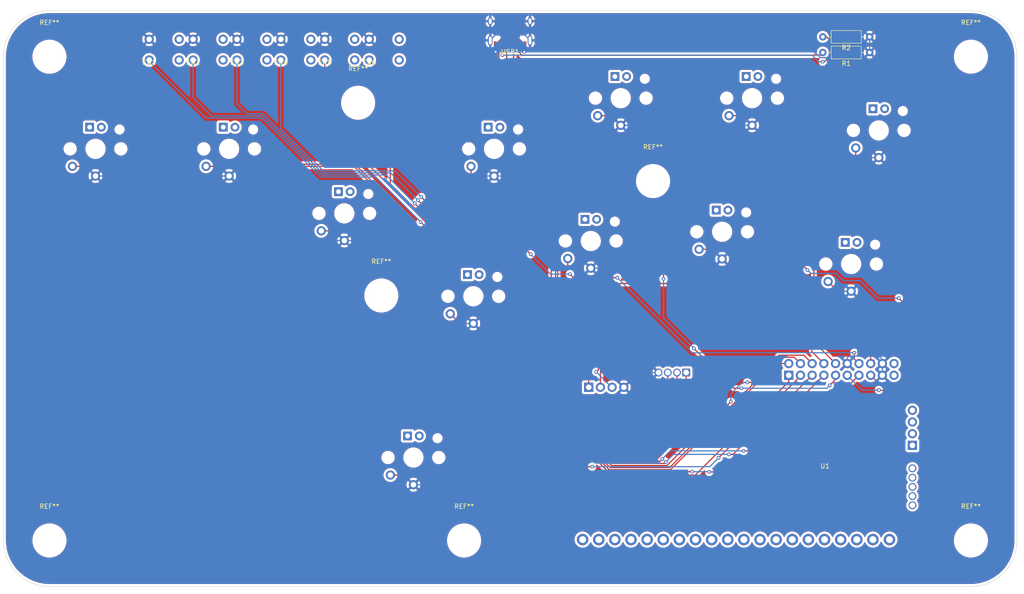
<source format=kicad_pcb>
(kicad_pcb (version 20171130) (host pcbnew "(5.1.4)-1")
  (layers (0 F.Cu signal) (31 B.Cu signal) (34 B.Paste user) (35 F.Paste user) (36 B.SilkS user) (37 F.SilkS user) (38 B.Mask user) (39 F.Mask user) (44 Edge.Cuts user))
  (net 0 "")
  (net 1 "Net-(R1-Pad2)")
  (net 2 GND)
  (net 3 "Net-(R2-Pad2)")
  (net 4 v)
  (net 5 "Net-(USB1-Pad3)")
  (net 6 "Net-(USB1-Pad9)")
  (net 7 d-)
  (net 8 d+)
  (net 9 left)
  (net 10 down)
  (net 11 right)
  (net 12 up)
  (net 13 x)
  (net 14 a)
  (net 15 y)
  (net 16 b)
  (net 17 rb)
  (net 18 rt)
  (net 19 lb)
  (net 20 lt)
  (net 21 home)
  (net 22 touchpad)
  (net 23 lsb)
  (net 24 rsb)
  (net 25 share)
  (net 26 option)
  (net 27 "Net-(U1-Pad1)")
  (net 28 "Net-(U1-Pad2)")
  (net 29 "Net-(U1-Pad21)")
  (net 30 "Net-(U1-Pad22)")
  (net 31 "Net-(U1-Pad23)")
  (net 32 "Net-(U1-Pad24)")
  (net 33 "Net-(U1-Pad25)")
  (net 34 "Net-(U1-Pad26)")
  (net 35 "Net-(U1-Pad27)")
  (net 36 "Net-(U1-Pad28)")
  (net 37 "Net-(U1-Pad29)")
  (net 38 "Net-(U1-Pad38)")
  (net 39 "Net-(U1-Pad39)")
  (net 40 "Net-(U1-Pad40)")
  (net 41 "Net-(U1-Pad41)")
  (net 42 "Net-(U1-Pad42)")
  (net 43 "Net-(U1-Pad43)")
  (net 44 "Net-(U1-Pad44)")
  (net 45 "Net-(U1-Pad45)")
  (net 46 "Net-(U1-Pad46)")
  (net 47 "Net-(U1-Pad47)")
  (net 48 "Net-(U1-Pad48)")
  (net 49 "Net-(U1-Pad49)")
  (net 50 "Net-(U1-Pad50)")
  (net 51 "Net-(U1-Pad51)")
  (net 52 "Net-(U1-Pad52)")
  (net 53 "Net-(U1-Pad53)")
  (net 54 "Net-(U1-Pad54)")
  (net 55 "Net-(U1-Pad55)")
  (net 56 "Net-(U1-Pad56)")
  (net 57 "Net-(U1-Pad57)")
  (module MountingHole:MountingHole_6.4mm_M6 (layer F.Cu) (at 248.828953 43.478609)
    (fp_text reference REF** (at 0 -7.4) (layer F.SilkS))
    (fp_text value MountingHole_6.4mm_M6)
    (pad 1 np_thru_hole circle (at 0 0) (size 6.4 6.4) (drill 6.4) (layers *.Cu *.Mask))
  )
  (module MountingHole:MountingHole_6.4mm_M6 (layer F.Cu) (at 248.828954 148.478608)
    (fp_text reference REF** (at 0 -7.4) (layer F.SilkS))
    (fp_text value MountingHole_6.4mm_M6)
    (pad 1 np_thru_hole circle (at 0 0) (size 6.4 6.4) (drill 6.4) (layers *.Cu *.Mask))
  )
  (module MountingHole:MountingHole_6.4mm_M6 (layer F.Cu) (at 138.828954 148.478609)
    (fp_text reference REF** (at 0 -7.4) (layer F.SilkS))
    (fp_text value MountingHole_6.4mm_M6)
    (pad 1 np_thru_hole circle (at 0 0) (size 6.4 6.4) (drill 6.4) (layers *.Cu *.Mask))
  )
  (module MountingHole:MountingHole_6.4mm_M6 (layer F.Cu) (at 120.867671 95.314815)
    (fp_text reference REF** (at 0 -7.4) (layer F.SilkS))
    (fp_text value MountingHole_6.4mm_M6)
    (pad 1 np_thru_hole circle (at 0 0) (size 6.4 6.4) (drill 6.4) (layers *.Cu *.Mask))
  )
  (module MountingHole:MountingHole_6.4mm_M6 (layer F.Cu) (at 179.828956 70.478609)
    (fp_text reference REF** (at 0 -7.4) (layer F.SilkS))
    (fp_text value MountingHole_6.4mm_M6)
    (pad 1 np_thru_hole circle (at 0 0) (size 6.4 6.4) (drill 6.4) (layers *.Cu *.Mask))
  )
  (module MountingHole:MountingHole_6.4mm_M6 (layer F.Cu) (at 115.828955 53.478609)
    (fp_text reference REF** (at 0 -7.4) (layer F.SilkS))
    (fp_text value MountingHole_6.4mm_M6)
    (pad 1 np_thru_hole circle (at 0 0) (size 6.4 6.4) (drill 6.4) (layers *.Cu *.Mask))
  )
  (module MountingHole:MountingHole_6.4mm_M6 (layer F.Cu) (at 48.828953 43.478608)
    (fp_text reference REF** (at 0 -7.4) (layer F.SilkS))
    (fp_text value MountingHole_6.4mm_M6)
    (pad 1 np_thru_hole circle (at 0 0) (size 6.4 6.4) (drill 6.4) (layers *.Cu *.Mask))
  )
  (module MountingHole:MountingHole_6.4mm_M6 (layer F.Cu) (at 48.828953 148.478609)
    (fp_text reference REF** (at 0 -7.4) (layer F.SilkS))
    (fp_text value MountingHole_6.4mm_M6)
    (pad 1 np_thru_hole circle (at 0 0) (size 6.4 6.4) (drill 6.4) (layers *.Cu *.Mask))
  )
  (module dango:datamago (layer F.Cu) (at 81.407 116.713)
    (fp_text reference G*** hide)
    (fp_text value LOGO hide)
  )
  (module Kailh_Choc:KailhChoc-1U (layer F.Cu) (at 87.828954 63.478609 180)
    (fp_text reference MX2)
    (fp_text value MX-NoLED)
    (pad 4 thru_hole rect (at 1.27 4.7 180) (size 1.905 1.905) (drill 1.04) (layers *.Cu B.Mask))
    (pad 3 thru_hole circle (at -1.27 4.7 180) (size 1.905 1.905) (drill 1.04) (layers *.Cu B.Mask))
    (pad "" np_thru_hole circle (at -5.22 4.2 180) (size 1.2 1.2) (drill 1.2) (layers *.Cu *.Mask))
    (pad "" np_thru_hole circle (at 5.5 0 228.1) (size 1.9 1.9) (drill 1.9) (layers *.Cu *.Mask))
    (pad "" np_thru_hole circle (at -5.5 0 228.1) (size 1.9 1.9) (drill 1.9) (layers *.Cu *.Mask))
    (pad 1 thru_hole circle (at 5 -3.8 180) (size 2 2) (drill 1.2) (layers *.Cu B.Mask) (net 10 down))
    (pad "" np_thru_hole circle (at 0 0 180) (size 3.4 3.4) (drill 3.4) (layers *.Cu *.Mask))
    (pad 2 thru_hole circle (at 0 -5.9 180) (size 2 2) (drill 1.2) (layers *.Cu B.Mask) (net 2 GND))
  )
  (module Brook_UFB:Brook_Universal_Fighting_Board (layer F.Cu) (at 217.15984 132.83184 180)
    (fp_text reference U1 (at 0 0.5) (layer F.SilkS))
    (fp_text value brook_ufb)
    (pad 1 thru_hole circle (at -14.98 20.21 180) (size 2 2) (drill 1.2) (layers *.Cu *.Mask) (net 27 "Net-(U1-Pad1)"))
    (pad 2 thru_hole circle (at -14.98 22.75 180) (size 2 2) (drill 1.2) (layers *.Cu *.Mask) (net 28 "Net-(U1-Pad2)"))
    (pad 3 thru_hole circle (at -12.45 20.21 180) (size 2 2) (drill 1.2) (layers *.Cu *.Mask) (net 2 GND))
    (pad 4 thru_hole circle (at -12.45 22.75 180) (size 2 2) (drill 1.2) (layers *.Cu *.Mask) (net 2 GND))
    (pad 5 thru_hole circle (at -9.91 20.2 180) (size 2 2) (drill 1.2) (layers *.Cu *.Mask) (net 18 rt))
    (pad 6 thru_hole circle (at -9.91 22.75 180) (size 2 2) (drill 1.2) (layers *.Cu *.Mask) (net 20 lt))
    (pad 7 thru_hole circle (at -7.37 20.21332 180) (size 2 2) (drill 1.2) (layers *.Cu *.Mask) (net 14 a))
    (pad 8 thru_hole circle (at -7.37 22.75 180) (size 2 2) (drill 1.2) (layers *.Cu *.Mask) (net 16 b))
    (pad 9 thru_hole circle (at -4.83 20.21 180) (size 2 2) (drill 1.2) (layers *.Cu *.Mask) (net 19 lb))
    (pad 10 thru_hole circle (at -4.83 22.75 180) (size 2 2) (drill 1.2) (layers *.Cu *.Mask) (net 2 GND))
    (pad 11 thru_hole circle (at -2.29 20.21 180) (size 2 2) (drill 1.2) (layers *.Cu *.Mask) (net 15 y))
    (pad 12 thru_hole circle (at -2.29 22.75 180) (size 2 2) (drill 1.2) (layers *.Cu *.Mask) (net 17 rb))
    (pad 13 thru_hole circle (at 0.25 20.21 180) (size 2 2) (drill 1.2) (layers *.Cu *.Mask) (net 26 option))
    (pad 14 thru_hole circle (at 0.25 22.75 180) (size 2 2) (drill 1.2) (layers *.Cu *.Mask) (net 13 x))
    (pad 15 thru_hole circle (at 2.79 20.21 180) (size 2 2) (drill 1.2) (layers *.Cu *.Mask) (net 25 share))
    (pad 16 thru_hole circle (at 2.79 22.75 180) (size 2 2) (drill 1.2) (layers *.Cu *.Mask) (net 21 home))
    (pad 17 thru_hole circle (at 5.33 20.21 180) (size 2 2) (drill 1.2) (layers *.Cu *.Mask) (net 11 right))
    (pad 18 thru_hole circle (at 5.33 22.75 180) (size 2 2) (drill 1.2) (layers *.Cu *.Mask) (net 9 left))
    (pad 19 thru_hole rect (at 7.87 20.21 180) (size 2 2) (drill 1.2) (layers *.Cu *.Mask) (net 12 up))
    (pad 20 thru_hole circle (at 7.87 22.75 180) (size 2 2) (drill 1.2) (layers *.Cu *.Mask) (net 10 down))
    (pad 21 thru_hole circle (at -18.97 12.61 180) (size 2 2) (drill 1.2) (layers *.Cu *.Mask) (net 29 "Net-(U1-Pad21)"))
    (pad 22 thru_hole circle (at -18.97 10.07 180) (size 2 2) (drill 1.2) (layers *.Cu *.Mask) (net 30 "Net-(U1-Pad22)"))
    (pad 23 thru_hole circle (at -18.97 7.53 180) (size 2 2) (drill 1.2) (layers *.Cu *.Mask) (net 31 "Net-(U1-Pad23)"))
    (pad 24 thru_hole rect (at -18.97 4.99 180) (size 2 2) (drill 1.2) (layers *.Cu *.Mask) (net 32 "Net-(U1-Pad24)"))
    (pad 25 thru_hole circle (at -18.97 0.014 180) (size 1.7 1.7) (drill 1.2) (layers *.Cu *.Mask) (net 33 "Net-(U1-Pad25)"))
    (pad 26 thru_hole circle (at -18.97 -2.014 180) (size 1.7 1.7) (drill 1.2) (layers *.Cu *.Mask) (net 34 "Net-(U1-Pad26)"))
    (pad 27 thru_hole circle (at -18.97 -4.014 180) (size 1.7 1.7) (drill 1.2) (layers *.Cu *.Mask) (net 35 "Net-(U1-Pad27)"))
    (pad 28 thru_hole circle (at -18.97 -6.014 180) (size 1.7 1.7) (drill 1.2) (layers *.Cu *.Mask) (net 36 "Net-(U1-Pad28)"))
    (pad 29 thru_hole circle (at -18.97 -8.014 180) (size 1.7 1.7) (drill 1.2) (layers *.Cu *.Mask) (net 37 "Net-(U1-Pad29)"))
    (pad 30 thru_hole rect (at 30.124 20.806 180) (size 1.7 1.7) (drill 1.2) (layers *.Cu *.Mask) (net 22 touchpad))
    (pad 31 thru_hole circle (at 32.124 20.806 180) (size 1.7 1.7) (drill 1.2) (layers *.Cu *.Mask) (net 23 lsb))
    (pad 32 thru_hole circle (at 34.124 20.806 180) (size 1.7 1.7) (drill 1.2) (layers *.Cu *.Mask) (net 24 rsb))
    (pad 33 thru_hole circle (at 36.124 20.806 180) (size 1.7 1.7) (drill 1.2) (layers *.Cu *.Mask) (net 2 GND))
    (pad 34 thru_hole circle (at 43.661 17.602 180) (size 2 2) (drill 1.2) (layers *.Cu *.Mask) (net 2 GND))
    (pad 35 thru_hole circle (at 46.201 17.602 180) (size 2 2) (drill 1.2) (layers *.Cu *.Mask) (net 8 d+))
    (pad 36 thru_hole circle (at 48.741 17.602 180) (size 2 2) (drill 1.2) (layers *.Cu *.Mask) (net 7 d-))
    (pad 37 thru_hole rect (at 51.281 17.602 180) (size 2 2) (drill 1.2) (layers *.Cu *.Mask) (net 4 v))
    (pad 38 thru_hole circle (at -13.986 -15.455 180) (size 2.5 2.5) (drill 1.5) (layers *.Cu *.Mask) (net 38 "Net-(U1-Pad38)"))
    (pad 39 thru_hole circle (at -10.396 -15.455 180) (size 2.5 2.5) (drill 1.5) (layers *.Cu *.Mask) (net 39 "Net-(U1-Pad39)"))
    (pad 40 thru_hole circle (at -6.896 -15.455 180) (size 2.5 2.5) (drill 1.5) (layers *.Cu *.Mask) (net 40 "Net-(U1-Pad40)"))
    (pad 41 thru_hole circle (at -3.396 -15.455 180) (size 2.5 2.5) (drill 1.5) (layers *.Cu *.Mask) (net 41 "Net-(U1-Pad41)"))
    (pad 42 thru_hole circle (at 0.104 -15.455 180) (size 2.5 2.5) (drill 1.5) (layers *.Cu *.Mask) (net 42 "Net-(U1-Pad42)"))
    (pad 43 thru_hole circle (at 3.604 -15.455 180) (size 2.5 2.5) (drill 1.5) (layers *.Cu *.Mask) (net 43 "Net-(U1-Pad43)"))
    (pad 44 thru_hole circle (at 7.104 -15.455 180) (size 2.5 2.5) (drill 1.5) (layers *.Cu *.Mask) (net 44 "Net-(U1-Pad44)"))
    (pad 45 thru_hole circle (at 10.604 -15.455 180) (size 2.5 2.5) (drill 1.5) (layers *.Cu *.Mask) (net 45 "Net-(U1-Pad45)"))
    (pad 46 thru_hole circle (at 14.104 -15.455 180) (size 2.5 2.5) (drill 1.5) (layers *.Cu *.Mask) (net 46 "Net-(U1-Pad46)"))
    (pad 47 thru_hole circle (at 17.604 -15.455 180) (size 2.5 2.5) (drill 1.5) (layers *.Cu *.Mask) (net 47 "Net-(U1-Pad47)"))
    (pad 48 thru_hole circle (at 21.104 -15.455 180) (size 2.5 2.5) (drill 1.5) (layers *.Cu *.Mask) (net 48 "Net-(U1-Pad48)"))
    (pad 49 thru_hole circle (at 24.604 -15.455 180) (size 2.5 2.5) (drill 1.5) (layers *.Cu *.Mask) (net 49 "Net-(U1-Pad49)"))
    (pad 50 thru_hole circle (at 28.104 -15.455 180) (size 2.5 2.5) (drill 1.5) (layers *.Cu *.Mask) (net 50 "Net-(U1-Pad50)"))
    (pad 51 thru_hole circle (at 31.604 -15.455 180) (size 2.5 2.5) (drill 1.5) (layers *.Cu *.Mask) (net 51 "Net-(U1-Pad51)"))
    (pad 52 thru_hole circle (at 35.104 -15.455 180) (size 2.5 2.5) (drill 1.5) (layers *.Cu *.Mask) (net 52 "Net-(U1-Pad52)"))
    (pad 53 thru_hole circle (at 38.604 -15.455 180) (size 2.5 2.5) (drill 1.5) (layers *.Cu *.Mask) (net 53 "Net-(U1-Pad53)"))
    (pad 54 thru_hole circle (at 42.104 -15.455 180) (size 2.5 2.5) (drill 1.5) (layers *.Cu *.Mask) (net 54 "Net-(U1-Pad54)"))
    (pad 55 thru_hole circle (at 45.604 -15.455 180) (size 2.5 2.5) (drill 1.5) (layers *.Cu *.Mask) (net 55 "Net-(U1-Pad55)"))
    (pad 56 thru_hole circle (at 49.104 -15.455 180) (size 2.5 2.5) (drill 1.5) (layers *.Cu *.Mask) (net 56 "Net-(U1-Pad56)"))
    (pad 57 thru_hole circle (at 52.604 -15.455 180) (size 2.5 2.5) (drill 1.5) (layers *.Cu *.Mask) (net 57 "Net-(U1-Pad57)"))
  )
  (module Button_Switch_THT:spst_no_lph_6mm_6mm (layer F.Cu) (at 118.237 44.196)
    (fp_text reference SW6 (at 0 0.5) (layer F.SilkS))
    (fp_text value SW_Push)
    (pad 4 thru_hole circle (at 6.5 -4.5) (size 2 2) (drill 1.2) (layers *.Cu *.Mask))
    (pad 3 thru_hole circle (at 6.5 0) (size 2 2) (drill 1.2) (layers *.Cu *.Mask))
    (pad 2 thru_hole circle (at 0 0) (size 2 2) (drill 1.2) (layers *.Cu *.Mask) (net 26 option))
    (pad 1 thru_hole circle (at 0 -4.5) (size 2 2) (drill 1.2) (layers *.Cu *.Mask) (net 2 GND))
  )
  (module Button_Switch_THT:spst_no_lph_6mm_6mm (layer F.Cu) (at 108.585 44.196)
    (fp_text reference SW5 (at 0 0.5) (layer F.SilkS))
    (fp_text value SW_Push)
    (pad 4 thru_hole circle (at 6.5 -4.5) (size 2 2) (drill 1.2) (layers *.Cu *.Mask))
    (pad 3 thru_hole circle (at 6.5 0) (size 2 2) (drill 1.2) (layers *.Cu *.Mask))
    (pad 2 thru_hole circle (at 0 0) (size 2 2) (drill 1.2) (layers *.Cu *.Mask) (net 25 share))
    (pad 1 thru_hole circle (at 0 -4.5) (size 2 2) (drill 1.2) (layers *.Cu *.Mask) (net 2 GND))
  )
  (module Button_Switch_THT:spst_no_lph_6mm_6mm (layer F.Cu) (at 99.06 44.196)
    (fp_text reference SW4 (at 0 0.5) (layer F.SilkS))
    (fp_text value SW_Push)
    (pad 4 thru_hole circle (at 6.5 -4.5) (size 2 2) (drill 1.2) (layers *.Cu *.Mask))
    (pad 3 thru_hole circle (at 6.5 0) (size 2 2) (drill 1.2) (layers *.Cu *.Mask))
    (pad 2 thru_hole circle (at 0 0) (size 2 2) (drill 1.2) (layers *.Cu *.Mask) (net 24 rsb))
    (pad 1 thru_hole circle (at 0 -4.5) (size 2 2) (drill 1.2) (layers *.Cu *.Mask) (net 2 GND))
  )
  (module Button_Switch_THT:spst_no_lph_6mm_6mm (layer F.Cu) (at 89.535 44.196)
    (fp_text reference SW3 (at 0 0.5) (layer F.SilkS))
    (fp_text value SW_Push)
    (pad 4 thru_hole circle (at 6.5 -4.5) (size 2 2) (drill 1.2) (layers *.Cu *.Mask))
    (pad 3 thru_hole circle (at 6.5 0) (size 2 2) (drill 1.2) (layers *.Cu *.Mask))
    (pad 2 thru_hole circle (at 0 0) (size 2 2) (drill 1.2) (layers *.Cu *.Mask) (net 23 lsb))
    (pad 1 thru_hole circle (at 0 -4.5) (size 2 2) (drill 1.2) (layers *.Cu *.Mask) (net 2 GND))
  )
  (module Button_Switch_THT:spst_no_lph_6mm_6mm (layer F.Cu) (at 80.01 44.196)
    (fp_text reference SW2 (at 0 0.5) (layer F.SilkS))
    (fp_text value SW_Push)
    (pad 4 thru_hole circle (at 6.5 -4.5) (size 2 2) (drill 1.2) (layers *.Cu *.Mask))
    (pad 3 thru_hole circle (at 6.5 0) (size 2 2) (drill 1.2) (layers *.Cu *.Mask))
    (pad 2 thru_hole circle (at 0 0) (size 2 2) (drill 1.2) (layers *.Cu *.Mask) (net 22 touchpad))
    (pad 1 thru_hole circle (at 0 -4.5) (size 2 2) (drill 1.2) (layers *.Cu *.Mask) (net 2 GND))
  )
  (module Button_Switch_THT:spst_no_lph_6mm_6mm (layer F.Cu) (at 70.485 44.196)
    (fp_text reference SW1 (at 0 0.5) (layer F.SilkS))
    (fp_text value SW_Push)
    (pad 4 thru_hole circle (at 6.5 -4.5) (size 2 2) (drill 1.2) (layers *.Cu *.Mask))
    (pad 3 thru_hole circle (at 6.5 0) (size 2 2) (drill 1.2) (layers *.Cu *.Mask))
    (pad 2 thru_hole circle (at 0 0) (size 2 2) (drill 1.2) (layers *.Cu *.Mask) (net 21 home))
    (pad 1 thru_hole circle (at 0 -4.5) (size 2 2) (drill 1.2) (layers *.Cu *.Mask) (net 2 GND))
  )
  (module Kailh_Choc:KailhChoc-1U (layer F.Cu) (at 222.828954 88.478609 180)
    (fp_text reference MX12)
    (fp_text value MX-NoLED)
    (pad 4 thru_hole rect (at 1.27 4.7 180) (size 1.905 1.905) (drill 1.04) (layers *.Cu B.Mask))
    (pad 3 thru_hole circle (at -1.27 4.7 180) (size 1.905 1.905) (drill 1.04) (layers *.Cu B.Mask))
    (pad "" np_thru_hole circle (at -5.22 4.2 180) (size 1.2 1.2) (drill 1.2) (layers *.Cu *.Mask))
    (pad "" np_thru_hole circle (at 5.5 0 228.1) (size 1.9 1.9) (drill 1.9) (layers *.Cu *.Mask))
    (pad "" np_thru_hole circle (at -5.5 0 228.1) (size 1.9 1.9) (drill 1.9) (layers *.Cu *.Mask))
    (pad 1 thru_hole circle (at 5 -3.8 180) (size 2 2) (drill 1.2) (layers *.Cu B.Mask) (net 20 lt))
    (pad "" np_thru_hole circle (at 0 0 180) (size 3.4 3.4) (drill 3.4) (layers *.Cu *.Mask))
    (pad 2 thru_hole circle (at 0 -5.9 180) (size 2 2) (drill 1.2) (layers *.Cu B.Mask) (net 2 GND))
  )
  (module Kailh_Choc:KailhChoc-1U (layer F.Cu) (at 228.828954 59.478609 180)
    (fp_text reference MX11)
    (fp_text value MX-NoLED)
    (pad 4 thru_hole rect (at 1.27 4.7 180) (size 1.905 1.905) (drill 1.04) (layers *.Cu B.Mask))
    (pad 3 thru_hole circle (at -1.27 4.7 180) (size 1.905 1.905) (drill 1.04) (layers *.Cu B.Mask))
    (pad "" np_thru_hole circle (at -5.22 4.2 180) (size 1.2 1.2) (drill 1.2) (layers *.Cu *.Mask))
    (pad "" np_thru_hole circle (at 5.5 0 228.1) (size 1.9 1.9) (drill 1.9) (layers *.Cu *.Mask))
    (pad "" np_thru_hole circle (at -5.5 0 228.1) (size 1.9 1.9) (drill 1.9) (layers *.Cu *.Mask))
    (pad 1 thru_hole circle (at 5 -3.8 180) (size 2 2) (drill 1.2) (layers *.Cu B.Mask) (net 19 lb))
    (pad "" np_thru_hole circle (at 0 0 180) (size 3.4 3.4) (drill 3.4) (layers *.Cu *.Mask))
    (pad 2 thru_hole circle (at 0 -5.9 180) (size 2 2) (drill 1.2) (layers *.Cu B.Mask) (net 2 GND))
  )
  (module Kailh_Choc:KailhChoc-1U (layer F.Cu) (at 194.828954 81.478609 180)
    (fp_text reference MX10)
    (fp_text value MX-NoLED)
    (pad 4 thru_hole rect (at 1.27 4.7 180) (size 1.905 1.905) (drill 1.04) (layers *.Cu B.Mask))
    (pad 3 thru_hole circle (at -1.27 4.7 180) (size 1.905 1.905) (drill 1.04) (layers *.Cu B.Mask))
    (pad "" np_thru_hole circle (at -5.22 4.2 180) (size 1.2 1.2) (drill 1.2) (layers *.Cu *.Mask))
    (pad "" np_thru_hole circle (at 5.5 0 228.1) (size 1.9 1.9) (drill 1.9) (layers *.Cu *.Mask))
    (pad "" np_thru_hole circle (at -5.5 0 228.1) (size 1.9 1.9) (drill 1.9) (layers *.Cu *.Mask))
    (pad 1 thru_hole circle (at 5 -3.8 180) (size 2 2) (drill 1.2) (layers *.Cu B.Mask) (net 18 rt))
    (pad "" np_thru_hole circle (at 0 0 180) (size 3.4 3.4) (drill 3.4) (layers *.Cu *.Mask))
    (pad 2 thru_hole circle (at 0 -5.9 180) (size 2 2) (drill 1.2) (layers *.Cu B.Mask) (net 2 GND))
  )
  (module Kailh_Choc:KailhChoc-1U (layer F.Cu) (at 201.328954 52.478609 180)
    (fp_text reference MX9)
    (fp_text value MX-NoLED)
    (pad 4 thru_hole rect (at 1.27 4.7 180) (size 1.905 1.905) (drill 1.04) (layers *.Cu B.Mask))
    (pad 3 thru_hole circle (at -1.27 4.7 180) (size 1.905 1.905) (drill 1.04) (layers *.Cu B.Mask))
    (pad "" np_thru_hole circle (at -5.22 4.2 180) (size 1.2 1.2) (drill 1.2) (layers *.Cu *.Mask))
    (pad "" np_thru_hole circle (at 5.5 0 228.1) (size 1.9 1.9) (drill 1.9) (layers *.Cu *.Mask))
    (pad "" np_thru_hole circle (at -5.5 0 228.1) (size 1.9 1.9) (drill 1.9) (layers *.Cu *.Mask))
    (pad 1 thru_hole circle (at 5 -3.8 180) (size 2 2) (drill 1.2) (layers *.Cu B.Mask) (net 17 rb))
    (pad "" np_thru_hole circle (at 0 0 180) (size 3.4 3.4) (drill 3.4) (layers *.Cu *.Mask))
    (pad 2 thru_hole circle (at 0 -5.9 180) (size 2 2) (drill 1.2) (layers *.Cu B.Mask) (net 2 GND))
  )
  (module Kailh_Choc:KailhChoc-1U (layer F.Cu) (at 166.328954 83.478609 180)
    (fp_text reference MX8)
    (fp_text value MX-NoLED)
    (pad 4 thru_hole rect (at 1.27 4.7 180) (size 1.905 1.905) (drill 1.04) (layers *.Cu B.Mask))
    (pad 3 thru_hole circle (at -1.27 4.7 180) (size 1.905 1.905) (drill 1.04) (layers *.Cu B.Mask))
    (pad "" np_thru_hole circle (at -5.22 4.2 180) (size 1.2 1.2) (drill 1.2) (layers *.Cu *.Mask))
    (pad "" np_thru_hole circle (at 5.5 0 228.1) (size 1.9 1.9) (drill 1.9) (layers *.Cu *.Mask))
    (pad "" np_thru_hole circle (at -5.5 0 228.1) (size 1.9 1.9) (drill 1.9) (layers *.Cu *.Mask))
    (pad 1 thru_hole circle (at 5 -3.8 180) (size 2 2) (drill 1.2) (layers *.Cu B.Mask) (net 16 b))
    (pad "" np_thru_hole circle (at 0 0 180) (size 3.4 3.4) (drill 3.4) (layers *.Cu *.Mask))
    (pad 2 thru_hole circle (at 0 -5.9 180) (size 2 2) (drill 1.2) (layers *.Cu B.Mask) (net 2 GND))
  )
  (module Kailh_Choc:KailhChoc-1U (layer F.Cu) (at 172.828954 52.478609 180)
    (fp_text reference MX7)
    (fp_text value MX-NoLED)
    (pad 4 thru_hole rect (at 1.27 4.7 180) (size 1.905 1.905) (drill 1.04) (layers *.Cu B.Mask))
    (pad 3 thru_hole circle (at -1.27 4.7 180) (size 1.905 1.905) (drill 1.04) (layers *.Cu B.Mask))
    (pad "" np_thru_hole circle (at -5.22 4.2 180) (size 1.2 1.2) (drill 1.2) (layers *.Cu *.Mask))
    (pad "" np_thru_hole circle (at 5.5 0 228.1) (size 1.9 1.9) (drill 1.9) (layers *.Cu *.Mask))
    (pad "" np_thru_hole circle (at -5.5 0 228.1) (size 1.9 1.9) (drill 1.9) (layers *.Cu *.Mask))
    (pad 1 thru_hole circle (at 5 -3.8 180) (size 2 2) (drill 1.2) (layers *.Cu B.Mask) (net 15 y))
    (pad "" np_thru_hole circle (at 0 0 180) (size 3.4 3.4) (drill 3.4) (layers *.Cu *.Mask))
    (pad 2 thru_hole circle (at 0 -5.9 180) (size 2 2) (drill 1.2) (layers *.Cu B.Mask) (net 2 GND))
  )
  (module Kailh_Choc:KailhChoc-1U (layer F.Cu) (at 140.828954 95.478609 180)
    (fp_text reference MX6)
    (fp_text value MX-NoLED)
    (pad 4 thru_hole rect (at 1.27 4.7 180) (size 1.905 1.905) (drill 1.04) (layers *.Cu B.Mask))
    (pad 3 thru_hole circle (at -1.27 4.7 180) (size 1.905 1.905) (drill 1.04) (layers *.Cu B.Mask))
    (pad "" np_thru_hole circle (at -5.22 4.2 180) (size 1.2 1.2) (drill 1.2) (layers *.Cu *.Mask))
    (pad "" np_thru_hole circle (at 5.5 0 228.1) (size 1.9 1.9) (drill 1.9) (layers *.Cu *.Mask))
    (pad "" np_thru_hole circle (at -5.5 0 228.1) (size 1.9 1.9) (drill 1.9) (layers *.Cu *.Mask))
    (pad 1 thru_hole circle (at 5 -3.8 180) (size 2 2) (drill 1.2) (layers *.Cu B.Mask) (net 14 a))
    (pad "" np_thru_hole circle (at 0 0 180) (size 3.4 3.4) (drill 3.4) (layers *.Cu *.Mask))
    (pad 2 thru_hole circle (at 0 -5.9 180) (size 2 2) (drill 1.2) (layers *.Cu B.Mask) (net 2 GND))
  )
  (module Kailh_Choc:KailhChoc-1U (layer F.Cu) (at 145.328954 63.478609 180)
    (fp_text reference MX5)
    (fp_text value MX-NoLED)
    (pad 4 thru_hole rect (at 1.27 4.7 180) (size 1.905 1.905) (drill 1.04) (layers *.Cu B.Mask))
    (pad 3 thru_hole circle (at -1.27 4.7 180) (size 1.905 1.905) (drill 1.04) (layers *.Cu B.Mask))
    (pad "" np_thru_hole circle (at -5.22 4.2 180) (size 1.2 1.2) (drill 1.2) (layers *.Cu *.Mask))
    (pad "" np_thru_hole circle (at 5.5 0 228.1) (size 1.9 1.9) (drill 1.9) (layers *.Cu *.Mask))
    (pad "" np_thru_hole circle (at -5.5 0 228.1) (size 1.9 1.9) (drill 1.9) (layers *.Cu *.Mask))
    (pad 1 thru_hole circle (at 5 -3.8 180) (size 2 2) (drill 1.2) (layers *.Cu B.Mask) (net 13 x))
    (pad "" np_thru_hole circle (at 0 0 180) (size 3.4 3.4) (drill 3.4) (layers *.Cu *.Mask))
    (pad 2 thru_hole circle (at 0 -5.9 180) (size 2 2) (drill 1.2) (layers *.Cu B.Mask) (net 2 GND))
  )
  (module Kailh_Choc:KailhChoc-1U (layer F.Cu) (at 127.828954 130.478609 180)
    (fp_text reference MX4)
    (fp_text value MX-NoLED)
    (pad 2 thru_hole circle (at 0 -5.9 180) (size 2 2) (drill 1.2) (layers *.Cu B.Mask) (net 2 GND))
    (pad "" np_thru_hole circle (at 0 0 180) (size 3.4 3.4) (drill 3.4) (layers *.Cu *.Mask))
    (pad 1 thru_hole circle (at 5 -3.8 180) (size 2 2) (drill 1.2) (layers *.Cu B.Mask) (net 12 up))
    (pad "" np_thru_hole circle (at -5.5 0 228.1) (size 1.9 1.9) (drill 1.9) (layers *.Cu *.Mask))
    (pad "" np_thru_hole circle (at 5.5 0 228.1) (size 1.9 1.9) (drill 1.9) (layers *.Cu *.Mask))
    (pad "" np_thru_hole circle (at -5.22 4.2 180) (size 1.2 1.2) (drill 1.2) (layers *.Cu *.Mask))
    (pad 3 thru_hole circle (at -1.27 4.7 180) (size 1.905 1.905) (drill 1.04) (layers *.Cu B.Mask))
    (pad 4 thru_hole rect (at 1.27 4.7 180) (size 1.905 1.905) (drill 1.04) (layers *.Cu B.Mask))
  )
  (module Kailh_Choc:KailhChoc-1U (layer F.Cu) (at 112.828954 77.478609 180)
    (fp_text reference MX3)
    (fp_text value MX-NoLED)
    (pad 4 thru_hole rect (at 1.27 4.7 180) (size 1.905 1.905) (drill 1.04) (layers *.Cu B.Mask))
    (pad 3 thru_hole circle (at -1.27 4.7 180) (size 1.905 1.905) (drill 1.04) (layers *.Cu B.Mask))
    (pad "" np_thru_hole circle (at -5.22 4.2 180) (size 1.2 1.2) (drill 1.2) (layers *.Cu *.Mask))
    (pad "" np_thru_hole circle (at 5.5 0 228.1) (size 1.9 1.9) (drill 1.9) (layers *.Cu *.Mask))
    (pad "" np_thru_hole circle (at -5.5 0 228.1) (size 1.9 1.9) (drill 1.9) (layers *.Cu *.Mask))
    (pad 1 thru_hole circle (at 5 -3.8 180) (size 2 2) (drill 1.2) (layers *.Cu B.Mask) (net 11 right))
    (pad "" np_thru_hole circle (at 0 0 180) (size 3.4 3.4) (drill 3.4) (layers *.Cu *.Mask))
    (pad 2 thru_hole circle (at 0 -5.9 180) (size 2 2) (drill 1.2) (layers *.Cu B.Mask) (net 2 GND))
  )
  (module Kailh_Choc:KailhChoc-1U (layer F.Cu) (at 58.828954 63.478609 180)
    (fp_text reference MX1)
    (fp_text value MX-NoLED)
    (pad 4 thru_hole rect (at 1.27 4.7 180) (size 1.905 1.905) (drill 1.04) (layers *.Cu B.Mask))
    (pad 3 thru_hole circle (at -1.27 4.7 180) (size 1.905 1.905) (drill 1.04) (layers *.Cu B.Mask))
    (pad "" np_thru_hole circle (at -5.22 4.2 180) (size 1.2 1.2) (drill 1.2) (layers *.Cu *.Mask))
    (pad "" np_thru_hole circle (at 5.5 0 228.1) (size 1.9 1.9) (drill 1.9) (layers *.Cu *.Mask))
    (pad "" np_thru_hole circle (at -5.5 0 228.1) (size 1.9 1.9) (drill 1.9) (layers *.Cu *.Mask))
    (pad 1 thru_hole circle (at 5 -3.8 180) (size 2 2) (drill 1.2) (layers *.Cu B.Mask) (net 9 left))
    (pad "" np_thru_hole circle (at 0 0 180) (size 3.4 3.4) (drill 3.4) (layers *.Cu *.Mask))
    (pad 2 thru_hole circle (at 0 -5.9 180) (size 2 2) (drill 1.2) (layers *.Cu B.Mask) (net 2 GND))
  )
  (module Type-C:HRO-TYPE-C-31-M-12 (layer F.Cu) (at 148.8186 33.1724 180)
    (fp_text reference USB1 (at 0 -9.25) (layer F.SilkS))
    (fp_text value HRO-TYPE-C-31-M-12)
    (pad 12 smd rect (at 3.225 -7.695 180) (size 0.6 1.45) (layers F.Cu F.Paste F.Mask) (net 2 GND))
    (pad 1 smd rect (at -3.225 -7.695 180) (size 0.6 1.45) (layers F.Cu F.Paste F.Mask) (net 2 GND))
    (pad 11 smd rect (at 2.45 -7.695 180) (size 0.6 1.45) (layers F.Cu F.Paste F.Mask) (net 4 v))
    (pad 2 smd rect (at -2.45 -7.695 180) (size 0.6 1.45) (layers F.Cu F.Paste F.Mask) (net 4 v))
    (pad 3 smd rect (at -1.75 -7.695 180) (size 0.3 1.45) (layers F.Cu F.Paste F.Mask) (net 5 "Net-(USB1-Pad3)"))
    (pad 10 smd rect (at 1.75 -7.695 180) (size 0.3 1.45) (layers F.Cu F.Paste F.Mask) (net 3 "Net-(R2-Pad2)"))
    (pad 4 smd rect (at -1.25 -7.695 180) (size 0.3 1.45) (layers F.Cu F.Paste F.Mask) (net 1 "Net-(R1-Pad2)"))
    (pad 9 smd rect (at 1.25 -7.695 180) (size 0.3 1.45) (layers F.Cu F.Paste F.Mask) (net 6 "Net-(USB1-Pad9)"))
    (pad 5 smd rect (at -0.75 -7.695 180) (size 0.3 1.45) (layers F.Cu F.Paste F.Mask) (net 7 d-))
    (pad 8 smd rect (at 0.75 -7.695 180) (size 0.3 1.45) (layers F.Cu F.Paste F.Mask) (net 8 d+))
    (pad 7 smd rect (at 0.25 -7.695 180) (size 0.3 1.45) (layers F.Cu F.Paste F.Mask) (net 7 d-))
    (pad 6 smd rect (at -0.25 -7.695 180) (size 0.3 1.45) (layers F.Cu F.Paste F.Mask) (net 8 d+))
    (pad "" np_thru_hole circle (at 2.89 -6.25 180) (size 0.65 0.65) (drill 0.65) (layers *.Cu *.Mask))
    (pad "" np_thru_hole circle (at -2.89 -6.25 180) (size 0.65 0.65) (drill 0.65) (layers *.Cu *.Mask))
    (pad 13 thru_hole oval (at -4.32 -6.78 180) (size 1 2.1) (drill oval 0.6 1.7) (layers *.Cu B.Mask) (net 2 GND))
    (pad 13 thru_hole oval (at 4.32 -6.78 180) (size 1 2.1) (drill oval 0.6 1.7) (layers *.Cu B.Mask) (net 2 GND))
    (pad 13 thru_hole oval (at -4.32 -2.6 180) (size 1 1.6) (drill oval 0.6 1.2) (layers *.Cu B.Mask) (net 2 GND))
    (pad 13 thru_hole oval (at 4.32 -2.6 180) (size 1 1.6) (drill oval 0.6 1.2) (layers *.Cu B.Mask) (net 2 GND))
  )
  (module Resistor_THT:R_Axial_DIN0207_L6.3mm_D2.5mm_P10.16mm_Horizontal (layer F.Cu) (at 226.8474 39.1795 180)
    (fp_text reference R2 (at 5.08 -2.37) (layer F.SilkS))
    (fp_text value 5.1k)
    (pad 2 thru_hole oval (at 10.16 0 180) (size 1.6 1.6) (drill 0.8) (layers *.Cu *.Mask) (net 3 "Net-(R2-Pad2)"))
    (pad 1 thru_hole circle (at 0 0 180) (size 1.6 1.6) (drill 0.8) (layers *.Cu *.Mask) (net 2 GND))
  )
  (module Resistor_THT:R_Axial_DIN0207_L6.3mm_D2.5mm_P10.16mm_Horizontal (layer F.Cu) (at 226.8474 42.5704 180)
    (fp_text reference R1 (at 5.08 -2.37) (layer F.SilkS))
    (fp_text value 5.1k)
    (pad 2 thru_hole oval (at 10.16 0 180) (size 1.6 1.6) (drill 0.8) (layers *.Cu *.Mask) (net 1 "Net-(R1-Pad2)"))
    (pad 1 thru_hole circle (at 0 0 180) (size 1.6 1.6) (drill 0.8) (layers *.Cu *.Mask) (net 2 GND))
  )
  (gr_line (start 38.828954 43.478609) (end 38.828954 148.478609) (layer Edge.Cuts) (width 0.1))
  (gr_arc (start 48.828953 148.478609) (end 38.828954 148.478609) (angle -90) (layer Edge.Cuts) (width 0.1))
  (gr_line (start 258.828954 148.478609) (end 258.828954 43.478608) (layer Edge.Cuts) (width 0.1))
  (gr_arc (start 248.828954 148.478608) (end 248.828954 158.478609) (angle -90) (layer Edge.Cuts) (width 0.1))
  (gr_line (start 48.828954 158.478609) (end 248.828954 158.478609) (layer Edge.Cuts) (width 0.1))
  (gr_arc (start 48.828953 43.478608) (end 48.828953 33.478609) (angle -90) (layer Edge.Cuts) (width 0.1))
  (gr_line (start 248.828954 33.478609) (end 48.828953 33.478609) (layer Edge.Cuts) (width 0.1))
  (gr_arc (start 248.828953 43.478609) (end 258.828954 43.478608) (angle -90) (layer Edge.Cuts) (width 0.1))
  (segment (start 216.114799 43.143001) (end 216.6874 42.5704) (width 0.25) (layer F.Cu) (net 1))
  (segment (start 151.384199 43.143001) (end 216.114799 43.143001) (width 0.25) (layer F.Cu) (net 1))
  (segment (start 150.0686 41.827402) (end 151.384199 43.143001) (width 0.25) (layer F.Cu) (net 1))
  (segment (start 150.0686 40.8674) (end 150.0686 41.827402) (width 0.25) (layer F.Cu) (net 1))
  (segment (start 144.4986 39.9524) (end 144.4986 35.7724) (width 0.25) (layer B.Cu) (net 2))
  (segment (start 153.1386 39.9524) (end 153.1386 35.7724) (width 0.25) (layer B.Cu) (net 2))
  (segment (start 144.4986 35.7724) (end 153.1386 35.7724) (width 0.25) (layer B.Cu) (net 2))
  (via (at 145.669 42.418) (size 0.8) (drill 0.4) (layers F.Cu B.Cu) (net 2))
  (segment (start 145.5936 40.8674) (end 145.5936 42.3426) (width 0.25) (layer F.Cu) (net 2))
  (segment (start 145.5936 42.3426) (end 145.669 42.418) (width 0.25) (layer F.Cu) (net 2))
  (segment (start 145.669 42.418) (end 151.892 42.418) (width 0.25) (layer B.Cu) (net 2))
  (via (at 151.892 42.418) (size 0.8) (drill 0.4) (layers F.Cu B.Cu) (net 2))
  (segment (start 152.0436 42.2664) (end 151.892 42.418) (width 0.25) (layer F.Cu) (net 2))
  (segment (start 152.0436 40.8674) (end 152.0436 42.2664) (width 0.25) (layer F.Cu) (net 2))
  (segment (start 151.892 42.418) (end 152.908 42.418) (width 0.25) (layer F.Cu) (net 2))
  (segment (start 153.1386 42.1874) (end 153.1386 39.9524) (width 0.25) (layer F.Cu) (net 2))
  (segment (start 152.908 42.418) (end 153.1386 42.1874) (width 0.25) (layer F.Cu) (net 2))
  (segment (start 153.1386 39.890398) (end 153.1386 39.9524) (width 0.25) (layer B.Cu) (net 2))
  (segment (start 152.020601 38.772399) (end 153.1386 39.890398) (width 0.25) (layer B.Cu) (net 2))
  (segment (start 145.616599 38.772399) (end 152.020601 38.772399) (width 0.25) (layer B.Cu) (net 2))
  (segment (start 144.4986 39.890398) (end 145.616599 38.772399) (width 0.25) (layer B.Cu) (net 2))
  (segment (start 144.4986 39.9524) (end 144.4986 39.890398) (width 0.25) (layer B.Cu) (net 2))
  (segment (start 145.669 42.418) (end 144.653 42.418) (width 0.25) (layer F.Cu) (net 2))
  (segment (start 144.4986 42.2636) (end 144.4986 39.9524) (width 0.25) (layer F.Cu) (net 2))
  (segment (start 144.653 42.418) (end 144.4986 42.2636) (width 0.25) (layer F.Cu) (net 2))
  (segment (start 225.722399 43.695401) (end 226.8474 42.5704) (width 0.25) (layer B.Cu) (net 2))
  (segment (start 216.147399 43.695401) (end 225.722399 43.695401) (width 0.25) (layer B.Cu) (net 2))
  (segment (start 214.869998 42.418) (end 216.147399 43.695401) (width 0.25) (layer B.Cu) (net 2))
  (segment (start 151.892 42.418) (end 214.869998 42.418) (width 0.25) (layer B.Cu) (net 2))
  (segment (start 130.048 92.329) (end 130.048 99.06) (width 0.25) (layer B.Cu) (net 2))
  (segment (start 130.048 99.06) (end 132.366609 101.378609) (width 0.25) (layer B.Cu) (net 2))
  (segment (start 130.937 102.808218) (end 132.366609 101.378609) (width 0.25) (layer B.Cu) (net 2))
  (segment (start 130.937 133.270563) (end 130.937 102.808218) (width 0.25) (layer B.Cu) (net 2))
  (segment (start 154.328954 101.378609) (end 166.328954 89.378609) (width 0.25) (layer B.Cu) (net 2))
  (segment (start 192.828954 89.378609) (end 194.828954 87.378609) (width 0.25) (layer B.Cu) (net 2))
  (segment (start 166.328954 89.378609) (end 192.828954 89.378609) (width 0.25) (layer B.Cu) (net 2))
  (segment (start 201.828954 94.378609) (end 194.828954 87.378609) (width 0.25) (layer B.Cu) (net 2))
  (segment (start 222.828954 94.378609) (end 201.828954 94.378609) (width 0.25) (layer B.Cu) (net 2))
  (segment (start 161.828954 69.378609) (end 172.828954 58.378609) (width 0.25) (layer B.Cu) (net 2))
  (segment (start 145.328954 69.378609) (end 161.828954 69.378609) (width 0.25) (layer B.Cu) (net 2))
  (segment (start 172.828954 58.378609) (end 201.328954 58.378609) (width 0.25) (layer B.Cu) (net 2))
  (segment (start 208.328954 65.378609) (end 201.328954 58.378609) (width 0.25) (layer B.Cu) (net 2))
  (segment (start 228.828954 65.378609) (end 208.328954 65.378609) (width 0.25) (layer B.Cu) (net 2))
  (segment (start 145.328954 69.378609) (end 142.330391 69.378609) (width 0.25) (layer B.Cu) (net 2))
  (segment (start 130.048 81.661) (end 130.048 92.329) (width 0.25) (layer B.Cu) (net 2))
  (segment (start 142.330391 69.378609) (end 130.048 81.661) (width 0.25) (layer B.Cu) (net 2))
  (segment (start 116.006 37.465) (end 118.237 39.696) (width 0.25) (layer B.Cu) (net 2))
  (segment (start 70.485 39.696) (end 72.716 37.465) (width 0.25) (layer B.Cu) (net 2))
  (segment (start 80.01 39.624) (end 82.169 37.465) (width 0.25) (layer B.Cu) (net 2))
  (segment (start 80.01 39.696) (end 80.01 39.624) (width 0.25) (layer B.Cu) (net 2))
  (segment (start 72.716 37.465) (end 82.169 37.465) (width 0.25) (layer B.Cu) (net 2))
  (segment (start 89.535 39.624) (end 91.694 37.465) (width 0.25) (layer B.Cu) (net 2))
  (segment (start 89.535 39.696) (end 89.535 39.624) (width 0.25) (layer B.Cu) (net 2))
  (segment (start 82.169 37.465) (end 91.694 37.465) (width 0.25) (layer B.Cu) (net 2))
  (segment (start 99.06 39.624) (end 101.219 37.465) (width 0.25) (layer B.Cu) (net 2))
  (segment (start 99.06 39.696) (end 99.06 39.624) (width 0.25) (layer B.Cu) (net 2))
  (segment (start 91.694 37.465) (end 101.219 37.465) (width 0.25) (layer B.Cu) (net 2))
  (segment (start 108.585 39.624) (end 110.744 37.465) (width 0.25) (layer B.Cu) (net 2))
  (segment (start 108.585 39.696) (end 108.585 39.624) (width 0.25) (layer B.Cu) (net 2))
  (segment (start 101.219 37.465) (end 110.744 37.465) (width 0.25) (layer B.Cu) (net 2))
  (segment (start 110.744 37.465) (end 116.006 37.465) (width 0.25) (layer B.Cu) (net 2))
  (segment (start 120.959 42.418) (end 118.237 39.696) (width 0.25) (layer B.Cu) (net 2))
  (segment (start 145.669 42.418) (end 120.959 42.418) (width 0.25) (layer B.Cu) (net 2))
  (segment (start 145.669 42.418) (end 145.669 53.975) (width 0.25) (layer B.Cu) (net 2))
  (segment (start 145.669 53.975) (end 148.463 56.769) (width 0.25) (layer B.Cu) (net 2))
  (segment (start 148.463 66.244563) (end 145.328954 69.378609) (width 0.25) (layer B.Cu) (net 2))
  (segment (start 148.463 56.769) (end 148.463 66.244563) (width 0.25) (layer B.Cu) (net 2))
  (segment (start 152.350071 136.378609) (end 173.49884 115.22984) (width 0.25) (layer B.Cu) (net 2))
  (segment (start 226.8474 42.5704) (end 226.8474 39.1795) (width 0.25) (layer B.Cu) (net 2))
  (segment (start 229.60984 110.08184) (end 229.60984 112.62184) (width 0.25) (layer B.Cu) (net 2))
  (segment (start 221.98984 110.08184) (end 221.98984 108.84516) (width 0.25) (layer B.Cu) (net 2))
  (segment (start 221.98984 108.84516) (end 222.377 108.458) (width 0.25) (layer B.Cu) (net 2))
  (segment (start 229.60984 109.21384) (end 229.60984 110.08184) (width 0.25) (layer B.Cu) (net 2))
  (segment (start 228.854 108.458) (end 229.60984 109.21384) (width 0.25) (layer B.Cu) (net 2))
  (segment (start 176.70284 112.02584) (end 173.49884 115.22984) (width 0.25) (layer B.Cu) (net 2))
  (segment (start 181.03584 112.02584) (end 176.70284 112.02584) (width 0.25) (layer B.Cu) (net 2))
  (segment (start 158.233345 105.283) (end 154.328954 101.378609) (width 0.25) (layer B.Cu) (net 2))
  (segment (start 174.293 105.283) (end 158.233345 105.283) (width 0.25) (layer B.Cu) (net 2))
  (segment (start 181.03584 112.02584) (end 174.293 105.283) (width 0.25) (layer B.Cu) (net 2))
  (segment (start 224.245001 108.421001) (end 224.282 108.458) (width 0.25) (layer B.Cu) (net 2))
  (segment (start 224.245001 95.794656) (end 224.245001 108.421001) (width 0.25) (layer B.Cu) (net 2))
  (segment (start 222.828954 94.378609) (end 224.245001 95.794656) (width 0.25) (layer B.Cu) (net 2))
  (segment (start 222.377 108.458) (end 224.282 108.458) (width 0.25) (layer B.Cu) (net 2))
  (segment (start 224.282 108.458) (end 228.854 108.458) (width 0.25) (layer B.Cu) (net 2))
  (segment (start 58.828954 69.378609) (end 87.828954 69.378609) (width 0.25) (layer B.Cu) (net 2))
  (segment (start 101.828954 83.378609) (end 112.828954 83.378609) (width 0.25) (layer B.Cu) (net 2))
  (segment (start 87.828954 69.378609) (end 101.828954 83.378609) (width 0.25) (layer B.Cu) (net 2))
  (segment (start 128.330391 83.378609) (end 130.048 81.661) (width 0.25) (layer B.Cu) (net 2))
  (segment (start 112.828954 83.378609) (end 128.330391 83.378609) (width 0.25) (layer B.Cu) (net 2))
  (segment (start 140.828954 101.378609) (end 132.366609 101.378609) (width 0.25) (layer B.Cu) (net 2))
  (segment (start 127.828954 136.378609) (end 130.937 133.270563) (width 0.25) (layer B.Cu) (net 2))
  (segment (start 127.828954 136.378609) (end 152.350071 136.378609) (width 0.25) (layer B.Cu) (net 2))
  (via (at 147.119001 43.143) (size 0.8) (drill 0.4) (layers F.Cu B.Cu) (net 3))
  (segment (start 147.0686 40.8674) (end 147.0686 43.092599) (width 0.25) (layer F.Cu) (net 3))
  (segment (start 147.0686 43.092599) (end 147.119001 43.143) (width 0.25) (layer F.Cu) (net 3))
  (segment (start 147.119001 43.143) (end 214.339 43.143) (width 0.25) (layer B.Cu) (net 3))
  (via (at 216.662 44.577) (size 0.8) (drill 0.4) (layers F.Cu B.Cu) (net 3))
  (segment (start 214.339 43.143) (end 215.773 44.577) (width 0.25) (layer B.Cu) (net 3))
  (segment (start 215.773 44.577) (end 216.662 44.577) (width 0.25) (layer B.Cu) (net 3))
  (segment (start 216.662 44.577) (end 217.043 44.577) (width 0.25) (layer F.Cu) (net 3))
  (segment (start 217.043 44.577) (end 218.44 43.18) (width 0.25) (layer F.Cu) (net 3))
  (segment (start 218.44 43.18) (end 218.44 40.132) (width 0.25) (layer F.Cu) (net 3))
  (segment (start 217.4875 39.1795) (end 216.6874 39.1795) (width 0.25) (layer F.Cu) (net 3))
  (segment (start 218.44 40.132) (end 217.4875 39.1795) (width 0.25) (layer F.Cu) (net 3))
  (segment (start 151.2686 40.107398) (end 151.2686 40.8674) (width 0.25) (layer F.Cu) (net 4))
  (segment (start 150.528592 39.36739) (end 151.2686 40.107398) (width 0.25) (layer F.Cu) (net 4))
  (segment (start 147.108608 39.36739) (end 150.528592 39.36739) (width 0.25) (layer F.Cu) (net 4))
  (segment (start 146.3686 40.8674) (end 146.3686 40.107398) (width 0.25) (layer F.Cu) (net 4))
  (segment (start 146.3686 40.107398) (end 147.108608 39.36739) (width 0.25) (layer F.Cu) (net 4))
  (segment (start 146.394001 40.892801) (end 146.394001 53.176001) (width 0.25) (layer F.Cu) (net 4))
  (segment (start 146.3686 40.8674) (end 146.394001 40.892801) (width 0.25) (layer F.Cu) (net 4))
  (segment (start 146.394001 53.176001) (end 157.734 64.516) (width 0.25) (layer F.Cu) (net 4))
  (segment (start 157.734 64.516) (end 157.734 98.806) (width 0.25) (layer F.Cu) (net 4))
  (segment (start 157.734 98.806) (end 165.86868 106.94068) (width 0.25) (layer F.Cu) (net 4))
  (segment (start 165.86868 115.21968) (end 165.87884 115.22984) (width 0.25) (layer F.Cu) (net 4))
  (segment (start 165.86868 106.94068) (end 165.86868 115.21968) (width 0.25) (layer F.Cu) (net 4))
  (segment (start 148.5686 40.8674) (end 148.5686 39.907398) (width 0.25) (layer F.Cu) (net 7))
  (segment (start 148.5686 39.907398) (end 148.658599 39.817399) (width 0.25) (layer F.Cu) (net 7))
  (segment (start 148.658599 39.817399) (end 149.478601 39.817399) (width 0.25) (layer F.Cu) (net 7))
  (segment (start 149.478601 39.817399) (end 149.5686 39.907398) (width 0.25) (layer F.Cu) (net 7))
  (segment (start 149.5686 39.907398) (end 149.5686 40.8674) (width 0.25) (layer F.Cu) (net 7))
  (segment (start 149.5686 43.7254) (end 149.098 44.196) (width 0.25) (layer F.Cu) (net 7))
  (segment (start 149.5686 40.8674) (end 149.5686 43.7254) (width 0.25) (layer F.Cu) (net 7))
  (segment (start 149.098 44.196) (end 149.098 53.975) (width 0.25) (layer F.Cu) (net 7))
  (segment (start 149.098 53.975) (end 159.131 64.008) (width 0.25) (layer F.Cu) (net 7))
  (segment (start 159.131 64.008) (end 159.131 97.79) (width 0.25) (layer F.Cu) (net 7))
  (segment (start 159.131 97.79) (end 168.40868 107.06768) (width 0.25) (layer F.Cu) (net 7))
  (segment (start 168.40868 115.21968) (end 168.41884 115.22984) (width 0.25) (layer F.Cu) (net 7))
  (segment (start 168.40868 107.06768) (end 168.40868 115.21968) (width 0.25) (layer F.Cu) (net 7))
  (segment (start 149.0686 41.8774) (end 149.0686 40.8674) (width 0.25) (layer F.Cu) (net 8))
  (segment (start 149.028599 41.917401) (end 149.0686 41.8774) (width 0.25) (layer F.Cu) (net 8))
  (segment (start 148.0686 40.8674) (end 148.0686 41.827402) (width 0.25) (layer F.Cu) (net 8))
  (segment (start 148.0686 41.827402) (end 148.158599 41.917401) (width 0.25) (layer F.Cu) (net 8))
  (segment (start 148.158599 41.917401) (end 149.028599 41.917401) (width 0.25) (layer F.Cu) (net 8))
  (segment (start 148.0686 43.8016) (end 148.463 44.196) (width 0.25) (layer F.Cu) (net 8))
  (segment (start 148.0686 40.8674) (end 148.0686 43.5476) (width 0.25) (layer F.Cu) (net 8))
  (segment (start 148.463 44.196) (end 148.463 53.97641) (width 0.25) (layer F.Cu) (net 8))
  (segment (start 148.463 53.97641) (end 148.647991 54.161401) (width 0.25) (layer F.Cu) (net 8))
  (segment (start 148.0686 43.5476) (end 148.0686 43.8016) (width 0.25) (layer F.Cu) (net 8))
  (segment (start 148.647991 54.161401) (end 158.68099 64.1944) (width 0.25) (layer F.Cu) (net 8))
  (segment (start 158.680991 97.976401) (end 167.95867 107.25408) (width 0.25) (layer F.Cu) (net 8))
  (segment (start 158.68099 64.1944) (end 158.680991 97.976401) (width 0.25) (layer F.Cu) (net 8))
  (via (at 167.513 111.887) (size 0.8) (drill 0.4) (layers F.Cu B.Cu) (net 8))
  (segment (start 167.95867 107.25408) (end 167.95867 111.44133) (width 0.25) (layer F.Cu) (net 8))
  (segment (start 167.95867 111.44133) (end 167.513 111.887) (width 0.25) (layer F.Cu) (net 8))
  (segment (start 170.85584 115.22984) (end 170.95884 115.22984) (width 0.25) (layer B.Cu) (net 8))
  (segment (start 167.513 111.887) (end 170.85584 115.22984) (width 0.25) (layer B.Cu) (net 8))
  (segment (start 146.8714 88.44999) (end 136.7114 88.44999) (width 0.25) (layer F.Cu) (net 9))
  (segment (start 150.437009 92.015599) (end 146.8714 88.44999) (width 0.25) (layer F.Cu) (net 9))
  (segment (start 211.82984 110.08184) (end 210.46 108.712) (width 0.25) (layer F.Cu) (net 9))
  (segment (start 210.46 108.712) (end 207.38959 108.712) (width 0.25) (layer F.Cu) (net 9))
  (segment (start 207.38959 108.712) (end 183.448001 132.653589) (width 0.25) (layer F.Cu) (net 9))
  (segment (start 183.448001 132.653589) (end 170.500999 132.653589) (width 0.25) (layer F.Cu) (net 9))
  (segment (start 170.500999 132.653589) (end 150.43701 112.5896) (width 0.25) (layer F.Cu) (net 9))
  (segment (start 150.43701 112.5896) (end 150.437009 92.015599) (width 0.25) (layer F.Cu) (net 9))
  (segment (start 115.090009 66.828599) (end 85.116599 66.828599) (width 0.25) (layer F.Cu) (net 9))
  (segment (start 136.7114 88.44999) (end 115.090009 66.828599) (width 0.25) (layer F.Cu) (net 9))
  (segment (start 85.116599 66.828599) (end 83.693 65.405) (width 0.25) (layer F.Cu) (net 9))
  (segment (start 83.693 65.405) (end 65.405 65.405) (width 0.25) (layer F.Cu) (net 9))
  (segment (start 63.531391 67.278609) (end 53.828954 67.278609) (width 0.25) (layer F.Cu) (net 9))
  (segment (start 65.405 65.405) (end 63.531391 67.278609) (width 0.25) (layer F.Cu) (net 9))
  (segment (start 114.903609 67.278609) (end 136.525 88.9) (width 0.25) (layer F.Cu) (net 10))
  (segment (start 136.525 88.9) (end 146.685 88.9) (width 0.25) (layer F.Cu) (net 10))
  (segment (start 149.987 92.202) (end 149.987 112.800245) (width 0.25) (layer F.Cu) (net 10))
  (segment (start 146.685 88.9) (end 149.987 92.202) (width 0.25) (layer F.Cu) (net 10))
  (segment (start 149.987 112.800245) (end 155.042755 117.856) (width 0.25) (layer F.Cu) (net 10))
  (segment (start 155.067 117.856) (end 170.314599 133.103599) (width 0.25) (layer F.Cu) (net 10))
  (segment (start 155.042755 117.856) (end 155.067 117.856) (width 0.25) (layer F.Cu) (net 10))
  (segment (start 170.314599 133.103599) (end 183.634401 133.103599) (width 0.25) (layer F.Cu) (net 10))
  (segment (start 206.65616 110.08184) (end 209.28984 110.08184) (width 0.25) (layer F.Cu) (net 10))
  (segment (start 183.634401 133.103599) (end 206.65616 110.08184) (width 0.25) (layer F.Cu) (net 10))
  (segment (start 82.828954 67.278609) (end 114.903609 67.278609) (width 0.25) (layer F.Cu) (net 10))
  (via (at 194.056 130.556) (size 0.8) (drill 0.4) (layers F.Cu B.Cu) (net 11))
  (segment (start 211.82984 112.62184) (end 211.82984 112.78216) (width 0.25) (layer F.Cu) (net 11))
  (segment (start 211.82984 112.78216) (end 194.056 130.556) (width 0.25) (layer F.Cu) (net 11))
  (via (at 166.624 132.461) (size 0.8) (drill 0.4) (layers F.Cu B.Cu) (net 11))
  (segment (start 194.056 130.556) (end 192.151 132.461) (width 0.25) (layer B.Cu) (net 11))
  (segment (start 192.151 132.461) (end 166.624 132.461) (width 0.25) (layer B.Cu) (net 11))
  (segment (start 166.624 132.461) (end 152.796854 132.461) (width 0.25) (layer F.Cu) (net 11))
  (segment (start 129.54 109.204146) (end 152.796854 132.461) (width 0.25) (layer F.Cu) (net 11))
  (segment (start 129.54 92.989655) (end 129.54 109.204146) (width 0.25) (layer F.Cu) (net 11))
  (segment (start 117.828954 81.278609) (end 129.54 92.989655) (width 0.25) (layer F.Cu) (net 11))
  (segment (start 107.828954 81.278609) (end 117.828954 81.278609) (width 0.25) (layer F.Cu) (net 11))
  (segment (start 209.28984 114.004378) (end 209.28984 112.62184) (width 0.25) (layer F.Cu) (net 12))
  (segment (start 189.015609 134.278609) (end 209.28984 114.004378) (width 0.25) (layer F.Cu) (net 12))
  (segment (start 122.828954 134.278609) (end 189.015609 134.278609) (width 0.25) (layer F.Cu) (net 12))
  (via (at 153.289 86.36) (size 0.8) (drill 0.4) (layers F.Cu B.Cu) (net 13))
  (via (at 161.798 90.678) (size 0.8) (drill 0.4) (layers F.Cu B.Cu) (net 13))
  (segment (start 153.289 86.36) (end 157.607 90.678) (width 0.25) (layer B.Cu) (net 13))
  (segment (start 157.607 90.678) (end 161.798 90.678) (width 0.25) (layer B.Cu) (net 13))
  (segment (start 161.798 90.678) (end 163.83 92.71) (width 0.25) (layer F.Cu) (net 13))
  (segment (start 213.614 92.71) (end 214.30699 93.40299) (width 0.25) (layer F.Cu) (net 13))
  (segment (start 163.83 92.71) (end 213.614 92.71) (width 0.25) (layer F.Cu) (net 13))
  (segment (start 214.30699 107.47899) (end 216.90984 110.08184) (width 0.25) (layer F.Cu) (net 13))
  (segment (start 214.30699 93.40299) (end 214.30699 107.47899) (width 0.25) (layer F.Cu) (net 13))
  (segment (start 150.328954 83.399954) (end 153.289 86.36) (width 0.25) (layer F.Cu) (net 13))
  (segment (start 140.328954 73.399954) (end 150.328954 83.399954) (width 0.25) (layer F.Cu) (net 13))
  (segment (start 140.328954 67.278609) (end 140.328954 73.399954) (width 0.25) (layer F.Cu) (net 13))
  (via (at 188.341 133.553609) (size 0.8) (drill 0.4) (layers F.Cu B.Cu) (net 14))
  (via (at 192.024 133.604) (size 0.8) (drill 0.4) (layers F.Cu B.Cu) (net 14))
  (segment (start 188.341 133.553609) (end 191.973609 133.553609) (width 0.25) (layer B.Cu) (net 14))
  (segment (start 191.973609 133.553609) (end 192.024 133.604) (width 0.25) (layer B.Cu) (net 14))
  (segment (start 203.54436 133.604) (end 224.52984 112.61852) (width 0.25) (layer F.Cu) (net 14))
  (segment (start 192.024 133.604) (end 203.54436 133.604) (width 0.25) (layer F.Cu) (net 14))
  (segment (start 170.103954 133.553609) (end 188.341 133.553609) (width 0.25) (layer F.Cu) (net 14))
  (segment (start 135.828954 99.278609) (end 170.103954 133.553609) (width 0.25) (layer F.Cu) (net 14))
  (via (at 182.118 91.694) (size 0.8) (drill 0.4) (layers F.Cu B.Cu) (net 15))
  (via (at 188.722 106.807) (size 0.8) (drill 0.4) (layers F.Cu B.Cu) (net 15))
  (segment (start 182.118 91.694) (end 182.118 100.203) (width 0.25) (layer B.Cu) (net 15))
  (segment (start 182.118 100.203) (end 188.722 106.807) (width 0.25) (layer B.Cu) (net 15))
  (via (at 199.009 115.443) (size 0.8) (drill 0.4) (layers F.Cu B.Cu) (net 15))
  (segment (start 188.722 106.807) (end 197.358 115.443) (width 0.25) (layer F.Cu) (net 15))
  (segment (start 197.358 115.443) (end 199.009 115.443) (width 0.25) (layer F.Cu) (net 15))
  (via (at 218.186 114.808) (size 0.8) (drill 0.4) (layers F.Cu B.Cu) (net 15))
  (segment (start 199.009 115.443) (end 217.551 115.443) (width 0.25) (layer B.Cu) (net 15))
  (segment (start 217.551 115.443) (end 218.186 114.808) (width 0.25) (layer B.Cu) (net 15))
  (segment (start 219.44984 113.54416) (end 219.44984 112.62184) (width 0.25) (layer F.Cu) (net 15))
  (segment (start 218.186 114.808) (end 219.44984 113.54416) (width 0.25) (layer F.Cu) (net 15))
  (segment (start 184.15 74.295) (end 184.15 62.599655) (width 0.25) (layer F.Cu) (net 15))
  (segment (start 182.118 91.694) (end 182.118 76.327) (width 0.25) (layer F.Cu) (net 15))
  (segment (start 182.118 76.327) (end 184.15 74.295) (width 0.25) (layer F.Cu) (net 15))
  (segment (start 177.828954 56.278609) (end 184.15 62.599655) (width 0.25) (layer F.Cu) (net 15))
  (segment (start 167.828954 56.278609) (end 177.828954 56.278609) (width 0.25) (layer F.Cu) (net 15))
  (via (at 172.085 91.44) (size 0.8) (drill 0.4) (layers F.Cu B.Cu) (net 16))
  (via (at 223.52 107.733) (size 0.8) (drill 0.4) (layers F.Cu B.Cu) (net 16))
  (segment (start 172.085 91.44) (end 188.378 107.733) (width 0.25) (layer B.Cu) (net 16))
  (segment (start 188.378 107.733) (end 223.52 107.733) (width 0.25) (layer B.Cu) (net 16))
  (segment (start 223.52 109.072) (end 224.52984 110.08184) (width 0.25) (layer F.Cu) (net 16))
  (segment (start 223.52 107.733) (end 223.52 109.072) (width 0.25) (layer F.Cu) (net 16))
  (segment (start 164.084 91.44) (end 172.085 91.44) (width 0.25) (layer F.Cu) (net 16))
  (segment (start 161.328954 88.684954) (end 164.084 91.44) (width 0.25) (layer F.Cu) (net 16))
  (segment (start 161.328954 87.278609) (end 161.328954 88.684954) (width 0.25) (layer F.Cu) (net 16))
  (segment (start 219.44984 110.08184) (end 214.757 105.389) (width 0.25) (layer F.Cu) (net 17))
  (segment (start 214.757 105.389) (end 214.757 64.706655) (width 0.25) (layer F.Cu) (net 17))
  (segment (start 206.328954 56.278609) (end 214.757 64.706655) (width 0.25) (layer F.Cu) (net 17))
  (segment (start 196.328954 56.278609) (end 206.328954 56.278609) (width 0.25) (layer F.Cu) (net 17))
  (segment (start 233.934 114.554) (end 233.045 115.443) (width 0.25) (layer F.Cu) (net 18))
  (segment (start 229.881 115.443) (end 227.06984 112.63184) (width 0.25) (layer F.Cu) (net 18))
  (segment (start 233.045 115.443) (end 229.881 115.443) (width 0.25) (layer F.Cu) (net 18))
  (via (at 213.36 89.789) (size 0.8) (drill 0.4) (layers F.Cu B.Cu) (net 18))
  (via (at 233.172 95.885) (size 0.8) (drill 0.4) (layers F.Cu B.Cu) (net 18))
  (segment (start 224.79 92.075) (end 228.6 95.885) (width 0.25) (layer B.Cu) (net 18))
  (segment (start 228.6 95.885) (end 233.172 95.885) (width 0.25) (layer B.Cu) (net 18))
  (segment (start 233.934 96.647) (end 233.172 95.885) (width 0.25) (layer F.Cu) (net 18))
  (segment (start 233.934 114.554) (end 233.934 96.647) (width 0.25) (layer F.Cu) (net 18))
  (segment (start 208.849609 85.278609) (end 213.36 89.789) (width 0.25) (layer F.Cu) (net 18))
  (segment (start 189.828954 85.278609) (end 208.849609 85.278609) (width 0.25) (layer F.Cu) (net 18))
  (segment (start 214.07461 90.50361) (end 219.53561 90.50361) (width 0.25) (layer B.Cu) (net 18))
  (segment (start 213.36 89.789) (end 214.07461 90.50361) (width 0.25) (layer B.Cu) (net 18))
  (segment (start 221.107 92.075) (end 224.79 92.075) (width 0.25) (layer B.Cu) (net 18))
  (segment (start 219.53561 90.50361) (end 221.107 92.075) (width 0.25) (layer B.Cu) (net 18))
  (via (at 228.854 115.824) (size 0.8) (drill 0.4) (layers F.Cu B.Cu) (net 19))
  (segment (start 225.192 115.824) (end 221.98984 112.62184) (width 0.25) (layer B.Cu) (net 19))
  (segment (start 228.854 115.824) (end 225.192 115.824) (width 0.25) (layer B.Cu) (net 19))
  (segment (start 228.92301 115.89301) (end 228.854 115.824) (width 0.25) (layer F.Cu) (net 19))
  (segment (start 233.2314 115.89301) (end 228.92301 115.89301) (width 0.25) (layer F.Cu) (net 19))
  (segment (start 234.384009 114.740401) (end 233.2314 115.89301) (width 0.25) (layer F.Cu) (net 19))
  (segment (start 234.38401 77.53901) (end 234.384009 114.740401) (width 0.25) (layer F.Cu) (net 19))
  (segment (start 223.828954 63.278609) (end 223.828954 66.983954) (width 0.25) (layer F.Cu) (net 19))
  (segment (start 223.828954 66.983954) (end 234.38401 77.53901) (width 0.25) (layer F.Cu) (net 19))
  (segment (start 227.828954 109.322726) (end 227.06984 110.08184) (width 0.25) (layer F.Cu) (net 20))
  (segment (start 227.06984 101.519495) (end 227.06984 110.08184) (width 0.25) (layer F.Cu) (net 20))
  (segment (start 217.828954 92.278609) (end 227.06984 101.519495) (width 0.25) (layer F.Cu) (net 20))
  (segment (start 70.485 44.196) (end 70.485 44.45) (width 0.25) (layer B.Cu) (net 21))
  (segment (start 70.485 44.45) (end 82.804 56.769) (width 0.25) (layer B.Cu) (net 21))
  (segment (start 82.804 56.769) (end 94.869 56.769) (width 0.25) (layer B.Cu) (net 21))
  (segment (start 94.869 56.769) (end 107.696 69.596) (width 0.25) (layer B.Cu) (net 21))
  (via (at 129.413 79.375) (size 0.8) (drill 0.4) (layers F.Cu B.Cu) (net 21))
  (segment (start 107.696 69.596) (end 119.634 69.596) (width 0.25) (layer B.Cu) (net 21))
  (segment (start 119.634 69.596) (end 129.413 79.375) (width 0.25) (layer B.Cu) (net 21))
  (segment (start 129.413 79.375) (end 138.03798 87.99998) (width 0.25) (layer F.Cu) (net 21))
  (segment (start 147.057801 87.999981) (end 150.887018 91.8292) (width 0.25) (layer F.Cu) (net 21))
  (segment (start 138.03798 87.99998) (end 147.057801 87.999981) (width 0.25) (layer F.Cu) (net 21))
  (segment (start 150.887018 91.8292) (end 150.887018 112.279018) (width 0.25) (layer F.Cu) (net 21))
  (segment (start 150.887018 112.279018) (end 170.811579 132.203579) (width 0.25) (layer F.Cu) (net 21))
  (via (at 196.717642 118.358642) (size 0.8) (drill 0.4) (layers F.Cu B.Cu) (net 21))
  (segment (start 170.811579 132.203579) (end 182.872705 132.203579) (width 0.25) (layer F.Cu) (net 21))
  (segment (start 182.872705 132.203579) (end 196.717642 118.358642) (width 0.25) (layer F.Cu) (net 21))
  (via (at 200.279 114.173) (size 0.8) (drill 0.4) (layers F.Cu B.Cu) (net 21))
  (segment (start 199.205998 114.173) (end 200.279 114.173) (width 0.25) (layer B.Cu) (net 21))
  (segment (start 196.717642 118.358642) (end 196.717642 116.661356) (width 0.25) (layer B.Cu) (net 21))
  (segment (start 196.717642 116.661356) (end 199.205998 114.173) (width 0.25) (layer B.Cu) (net 21))
  (segment (start 212.54999 108.26199) (end 214.36984 110.08184) (width 0.25) (layer F.Cu) (net 21))
  (segment (start 207.20319 108.26199) (end 212.54999 108.26199) (width 0.25) (layer F.Cu) (net 21))
  (segment (start 201.29218 114.173) (end 207.20319 108.26199) (width 0.25) (layer F.Cu) (net 21))
  (segment (start 200.279 114.173) (end 201.29218 114.173) (width 0.25) (layer F.Cu) (net 21))
  (segment (start 187.03584 124.49516) (end 180.677451 130.853549) (width 0.25) (layer F.Cu) (net 22))
  (segment (start 187.03584 112.02584) (end 187.03584 124.49516) (width 0.25) (layer F.Cu) (net 22))
  (segment (start 171.370779 130.853549) (end 171.138009 130.620779) (width 0.25) (layer F.Cu) (net 22))
  (segment (start 180.677451 130.853549) (end 171.370779 130.853549) (width 0.25) (layer F.Cu) (net 22))
  (segment (start 171.138009 130.620779) (end 152.237048 111.719818) (width 0.25) (layer F.Cu) (net 22))
  (segment (start 152.237047 91.269999) (end 147.617002 86.649954) (width 0.25) (layer F.Cu) (net 22))
  (segment (start 152.237048 111.719818) (end 152.237047 91.269999) (width 0.25) (layer F.Cu) (net 22))
  (via (at 128.113359 75.340641) (size 0.8) (drill 0.4) (layers F.Cu B.Cu) (net 22))
  (segment (start 147.617002 86.649954) (end 139.422672 86.649954) (width 0.25) (layer F.Cu) (net 22))
  (segment (start 139.422672 86.649954) (end 128.113359 75.340641) (width 0.25) (layer F.Cu) (net 22))
  (segment (start 121.918708 69.14599) (end 107.8824 69.14599) (width 0.25) (layer B.Cu) (net 22))
  (segment (start 128.113359 75.340641) (end 121.918708 69.14599) (width 0.25) (layer B.Cu) (net 22))
  (segment (start 107.8824 69.14599) (end 95.0554 56.31899) (width 0.25) (layer B.Cu) (net 22))
  (segment (start 80.01 52.324) (end 84.00499 56.31899) (width 0.25) (layer B.Cu) (net 22))
  (segment (start 80.01 44.196) (end 80.01 52.324) (width 0.25) (layer B.Cu) (net 22))
  (segment (start 84.00499 56.31899) (end 95.0554 56.31899) (width 0.25) (layer B.Cu) (net 22))
  (segment (start 89.535 53.721) (end 91.68298 55.86898) (width 0.25) (layer B.Cu) (net 23))
  (segment (start 89.535 44.196) (end 89.535 53.721) (width 0.25) (layer B.Cu) (net 23))
  (segment (start 91.68298 55.86898) (end 95.241801 55.868981) (width 0.25) (layer B.Cu) (net 23))
  (segment (start 95.241801 55.868981) (end 107.88791 68.51509) (width 0.25) (layer B.Cu) (net 23))
  (segment (start 107.88791 68.51509) (end 108.0688 68.69598) (width 0.25) (layer B.Cu) (net 23))
  (segment (start 108.0688 68.69598) (end 122.105109 68.695981) (width 0.25) (layer B.Cu) (net 23))
  (via (at 128.820467 74.633533) (size 0.8) (drill 0.4) (layers F.Cu B.Cu) (net 23))
  (segment (start 122.105109 68.695981) (end 122.882915 68.695981) (width 0.25) (layer B.Cu) (net 23))
  (segment (start 122.882915 68.695981) (end 128.820467 74.633533) (width 0.25) (layer B.Cu) (net 23))
  (segment (start 128.820467 74.633533) (end 140.386878 86.199944) (width 0.25) (layer F.Cu) (net 23))
  (segment (start 140.386878 86.199944) (end 147.803403 86.199945) (width 0.25) (layer F.Cu) (net 23))
  (segment (start 147.803403 86.199945) (end 152.687056 91.0836) (width 0.25) (layer F.Cu) (net 23))
  (segment (start 152.687056 91.0836) (end 152.687056 111.533416) (width 0.25) (layer F.Cu) (net 23))
  (segment (start 152.687056 111.533416) (end 171.557179 130.403539) (width 0.25) (layer F.Cu) (net 23))
  (segment (start 171.557179 130.403539) (end 180.491051 130.403539) (width 0.25) (layer F.Cu) (net 23))
  (segment (start 185.03584 125.85875) (end 185.03584 112.02584) (width 0.25) (layer F.Cu) (net 23))
  (segment (start 180.491051 130.403539) (end 185.03584 125.85875) (width 0.25) (layer F.Cu) (net 23))
  (segment (start 99.06 44.196) (end 99.06 59.05077) (width 0.25) (layer B.Cu) (net 24))
  (segment (start 108.255201 68.245971) (end 123.069315 68.245971) (width 0.25) (layer B.Cu) (net 24))
  (segment (start 99.06 59.05077) (end 108.255201 68.245971) (width 0.25) (layer B.Cu) (net 24))
  (via (at 129.527575 73.926425) (size 0.8) (drill 0.4) (layers F.Cu B.Cu) (net 24))
  (segment (start 123.069315 68.245971) (end 123.847121 68.245971) (width 0.25) (layer B.Cu) (net 24))
  (segment (start 123.847121 68.245971) (end 129.527575 73.926425) (width 0.25) (layer B.Cu) (net 24))
  (segment (start 129.527575 73.926425) (end 141.351085 85.749935) (width 0.25) (layer F.Cu) (net 24))
  (segment (start 147.989804 85.749936) (end 153.137066 90.8972) (width 0.25) (layer F.Cu) (net 24))
  (segment (start 141.351085 85.749935) (end 147.989804 85.749936) (width 0.25) (layer F.Cu) (net 24))
  (segment (start 153.137066 90.8972) (end 153.137066 111.347016) (width 0.25) (layer F.Cu) (net 24))
  (segment (start 153.137066 111.347016) (end 171.743579 129.953529) (width 0.25) (layer F.Cu) (net 24))
  (segment (start 171.743579 129.953529) (end 180.304651 129.953529) (width 0.25) (layer F.Cu) (net 24))
  (segment (start 183.03584 127.22234) (end 183.03584 112.02584) (width 0.25) (layer F.Cu) (net 24))
  (segment (start 180.304651 129.953529) (end 183.03584 127.22234) (width 0.25) (layer F.Cu) (net 24))
  (segment (start 108.585 57.473998) (end 138.660973 87.549971) (width 0.25) (layer F.Cu) (net 25))
  (segment (start 108.585 44.196) (end 108.585 57.473998) (width 0.25) (layer F.Cu) (net 25))
  (segment (start 147.244202 87.549972) (end 151.337028 91.6428) (width 0.25) (layer F.Cu) (net 25))
  (segment (start 138.660973 87.549971) (end 147.244202 87.549972) (width 0.25) (layer F.Cu) (net 25))
  (segment (start 151.337028 91.6428) (end 151.337028 112.092618) (width 0.25) (layer F.Cu) (net 25))
  (segment (start 151.337028 112.092618) (end 170.997979 131.753569) (width 0.25) (layer F.Cu) (net 25))
  (via (at 182.615989 131.434989) (size 0.8) (drill 0.4) (layers F.Cu B.Cu) (net 25))
  (segment (start 170.997979 131.753569) (end 182.297409 131.753569) (width 0.25) (layer F.Cu) (net 25))
  (segment (start 182.297409 131.753569) (end 182.615989 131.434989) (width 0.25) (layer F.Cu) (net 25))
  (via (at 196.342 129.794) (size 0.8) (drill 0.4) (layers F.Cu B.Cu) (net 25))
  (segment (start 182.615989 131.434989) (end 184.256978 129.794) (width 0.25) (layer B.Cu) (net 25))
  (segment (start 184.256978 129.794) (end 196.342 129.794) (width 0.25) (layer B.Cu) (net 25))
  (segment (start 197.19768 129.794) (end 214.36984 112.62184) (width 0.25) (layer F.Cu) (net 25))
  (segment (start 196.342 129.794) (end 197.19768 129.794) (width 0.25) (layer F.Cu) (net 25))
  (segment (start 122.809 48.768) (end 122.809 71.061588) (width 0.25) (layer F.Cu) (net 26))
  (segment (start 118.237 44.196) (end 122.809 48.768) (width 0.25) (layer F.Cu) (net 26))
  (segment (start 147.430603 87.099963) (end 151.787038 91.4564) (width 0.25) (layer F.Cu) (net 26))
  (segment (start 122.809 71.061588) (end 138.847374 87.099962) (width 0.25) (layer F.Cu) (net 26))
  (segment (start 138.847374 87.099962) (end 147.430603 87.099963) (width 0.25) (layer F.Cu) (net 26))
  (segment (start 151.787038 91.4564) (end 151.787038 111.906218) (width 0.25) (layer F.Cu) (net 26))
  (segment (start 151.787037 111.906217) (end 170.688 130.80718) (width 0.25) (layer F.Cu) (net 26))
  (segment (start 151.787038 111.906218) (end 151.787037 111.906217) (width 0.25) (layer F.Cu) (net 26))
  (segment (start 170.688 130.80718) (end 171.184379 131.303559) (width 0.25) (layer F.Cu) (net 26))
  (via (at 181.846927 130.795811) (size 0.8) (drill 0.4) (layers F.Cu B.Cu) (net 26))
  (segment (start 171.184379 131.303559) (end 181.339179 131.303559) (width 0.25) (layer F.Cu) (net 26))
  (segment (start 181.339179 131.303559) (end 181.846927 130.795811) (width 0.25) (layer F.Cu) (net 26))
  (via (at 199.517 129.032) (size 0.8) (drill 0.4) (layers F.Cu B.Cu) (net 26))
  (segment (start 181.846927 130.795811) (end 183.610738 129.032) (width 0.25) (layer B.Cu) (net 26))
  (segment (start 183.610738 129.032) (end 199.517 129.032) (width 0.25) (layer B.Cu) (net 26))
  (segment (start 200.49968 129.032) (end 199.517 129.032) (width 0.25) (layer F.Cu) (net 26))
  (segment (start 216.90984 112.62184) (end 200.49968 129.032) (width 0.25) (layer F.Cu) (net 26))
  (zone (net 2) (net_name GND) (layer F.Cu) (connect_pads (clearance 0.508)) (min_thickness 0.254) (fill yes (arc_segments 32) (thermal_gap 0.508) (thermal_bridge_width 0.508))
    (polygon (pts (xy 38.1 31.75) (xy 260.35 31.75) (xy 260.35 160.147) (xy 38.1 160.147)))
  )
  (zone (net 2) (net_name GND) (layer B.Cu) (connect_pads (clearance 0.508)) (min_thickness 0.254) (fill yes (arc_segments 32) (thermal_gap 0.508) (thermal_bridge_width 0.508))
    (polygon (pts (xy 38.1 31.75) (xy 260.35 31.75) (xy 260.35 160.147) (xy 38.1 160.147)))
  )
)
</source>
